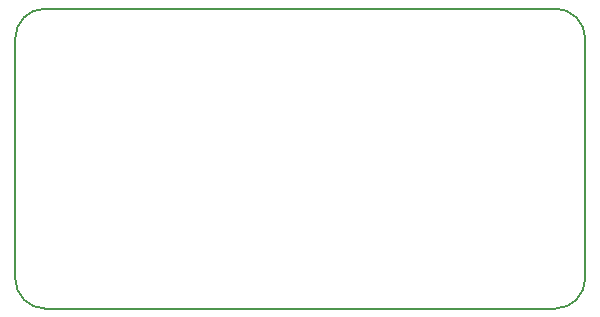
<source format=gbr>
G04 #@! TF.GenerationSoftware,KiCad,Pcbnew,(5.1.4)-1*
G04 #@! TF.CreationDate,2019-10-24T16:07:41-04:00*
G04 #@! TF.ProjectId,XC9536XL,58433935-3336-4584-9c2e-6b696361645f,B*
G04 #@! TF.SameCoordinates,Original*
G04 #@! TF.FileFunction,Profile,NP*
%FSLAX46Y46*%
G04 Gerber Fmt 4.6, Leading zero omitted, Abs format (unit mm)*
G04 Created by KiCad (PCBNEW (5.1.4)-1) date 2019-10-24 16:07:41*
%MOMM*%
%LPD*%
G04 APERTURE LIST*
%ADD10C,0.150000*%
G04 APERTURE END LIST*
D10*
X114300000Y-33020000D02*
G75*
G02X116840000Y-35560000I0J-2540000D01*
G01*
X116840000Y-55880000D02*
G75*
G02X114300000Y-58420000I-2540000J0D01*
G01*
X71120000Y-58420000D02*
G75*
G02X68580000Y-55880000I0J2540000D01*
G01*
X68580000Y-35560000D02*
G75*
G02X71120000Y-33020000I2540000J0D01*
G01*
X68580000Y-55880000D02*
X68580000Y-35560000D01*
X114300000Y-58420000D02*
X71120000Y-58420000D01*
X116840000Y-35560000D02*
X116840000Y-55880000D01*
X71120000Y-33020000D02*
X114300000Y-33020000D01*
M02*

</source>
